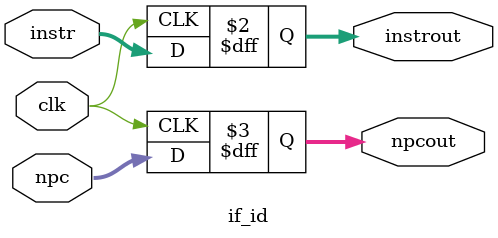
<source format=v>
`timescale 1ns / 1ps


module if_id(
    input wire        clk,
    input wire [31:0] instr,
    input wire [31:0] npc,
    output reg [31:0] instrout,
    output reg [31:0] npcout
);
   
   always @(posedge clk) begin 
        instrout <= instr;
        npcout <= npc;
   end    
    
endmodule

</source>
